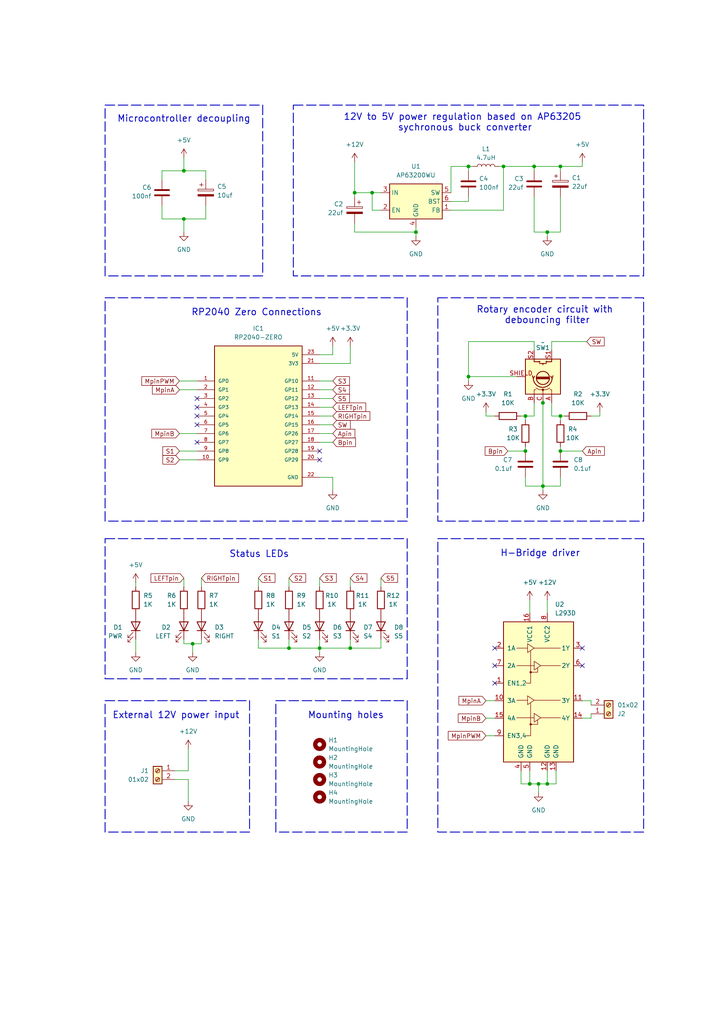
<source format=kicad_sch>
(kicad_sch (version 20231120) (generator "eeschema") (generator_version "8.0")
  (paper "A4" portrait)
  (title_block (title "Motor 12V STM Controller"))
  (lib_symbols
    (symbol "Connector:Screw_Terminal_01x02" (pin_names (offset 1.016) hide)
      (property "Reference" "J" (at 0 2.54 0))
      (property "Value" "Screw_Terminal_01x02" (at 0 -5.08 0))
      (symbol "Screw_Terminal_01x02_1_1"
        (rectangle (start -1.27 1.27) (end 1.27 -3.81) (stroke (width 0.254)) (fill (type background)))
        (circle (center 0 -2.54) (radius 0.635) (stroke (width 0.1524)))
        (polyline (pts (xy -0.5334 -2.2098) (xy 0.3302 -3.048)) (stroke (width 0.1524)))
        (polyline (pts (xy -0.5334 0.3302) (xy 0.3302 -0.508)) (stroke (width 0.1524)))
        (polyline (pts (xy -0.3556 -2.032) (xy 0.508 -2.8702)) (stroke (width 0.1524)))
        (polyline (pts (xy -0.3556 0.508) (xy 0.508 -0.3302)) (stroke (width 0.1524)))
        (circle (center 0 0) (radius 0.635) (stroke (width 0.1524)))
        (pin passive line (at -5.08 0 0) (length 3.81) (name "Pin_1") (number "1"))
        (pin passive line (at -5.08 -2.54 0) (length 3.81) (name "Pin_2") (number "2"))
      )
    )
    (symbol "Device:C" (pin_numbers hide) (pin_names (offset 0.254))
      (property "Reference" "C" (at 0.635 2.54 0))
      (property "Value" "C" (at 0.635 -2.54 0))
      (symbol "C_0_1"
        (polyline (pts (xy -2.032 -0.762) (xy 2.032 -0.762)) (stroke (width 0.508)))
        (polyline (pts (xy -2.032 0.762) (xy 2.032 0.762)) (stroke (width 0.508)))
      )
      (symbol "C_1_1"
        (pin passive line (at 0 3.81 270) (length 2.794) (name "~") (number "1"))
        (pin passive line (at 0 -3.81 90) (length 2.794) (name "~") (number "2"))
      )
    )
    (symbol "Device:C_Polarized" (pin_numbers hide) (pin_names (offset 0.254))
      (property "Reference" "C" (at 0.635 2.54 0))
      (property "Value" "C_Polarized" (at 0.635 -2.54 0))
      (symbol "C_Polarized_0_1"
        (rectangle (start -2.286 0.508) (end 2.286 1.016))
        (polyline (pts (xy -1.778 2.286) (xy -0.762 2.286)))
        (polyline (pts (xy -1.27 2.794) (xy -1.27 1.778)))
        (rectangle (start 2.286 -0.508) (end -2.286 -1.016) (fill (type outline)))
      )
      (symbol "C_Polarized_1_1"
        (pin passive line (at 0 3.81 270) (length 2.794) (name "~") (number "1"))
        (pin passive line (at 0 -3.81 90) (length 2.794) (name "~") (number "2"))
      )
    )
    (symbol "Device:L" (pin_numbers hide) (pin_names (offset 1.016) hide)
      (property "Reference" "L" (at -1.27 0 90))
      (property "Value" "L" (at 1.905 0 90))
      (symbol "L_0_1"
        (arc (start 0 -2.54) (mid 0.6323 -1.905) (end 0 -1.27))
        (arc (start 0 -1.27) (mid 0.6323 -0.635) (end 0 0))
        (arc (start 0 0) (mid 0.6323 0.635) (end 0 1.27))
        (arc (start 0 1.27) (mid 0.6323 1.905) (end 0 2.54))
      )
      (symbol "L_1_1"
        (pin passive line (at 0 3.81 270) (length 1.27) (name "1") (number "1"))
        (pin passive line (at 0 -3.81 90) (length 1.27) (name "2") (number "2"))
      )
    )
    (symbol "Device:LED" (pin_numbers hide) (pin_names (offset 1.016) hide)
      (property "Reference" "D" (at 0 2.54 0))
      (property "Value" "LED" (at 0 -2.54 0))
      (symbol "LED_0_1"
        (polyline (pts (xy -1.27 -1.27) (xy -1.27 1.27)) (stroke (width 0.254)))
        (polyline (pts (xy -1.27 0) (xy 1.27 0)))
        (polyline (pts (xy 1.27 -1.27) (xy 1.27 1.27) (xy -1.27 0) (xy 1.27 -1.27)) (stroke (width 0.254)))
        (polyline (pts (xy -3.048 -0.762) (xy -4.572 -2.286) (xy -3.81 -2.286) (xy -4.572 -2.286) (xy -4.572 -1.524)))
        (polyline (pts (xy -1.778 -0.762) (xy -3.302 -2.286) (xy -2.54 -2.286) (xy -3.302 -2.286) (xy -3.302 -1.524)))
      )
      (symbol "LED_1_1"
        (pin passive line (at -3.81 0 0) (length 2.54) (name "K") (number "1"))
        (pin passive line (at 3.81 0 180) (length 2.54) (name "A") (number "2"))
      )
    )
    (symbol "Device:R" (pin_numbers hide) (pin_names (offset 0))
      (property "Reference" "R" (at 2.032 0 90))
      (property "Value" "R" (at 0 0 90))
      (symbol "R_0_1"
        (rectangle (start -1.016 -2.54) (end 1.016 2.54) (stroke (width 0.254)))
      )
      (symbol "R_1_1"
        (pin passive line (at 0 3.81 270) (length 1.27) (name "~") (number "1"))
        (pin passive line (at 0 -3.81 90) (length 1.27) (name "~") (number "2"))
      )
    )
    (symbol "Device:RotaryEncoder_Switch" (pin_names (offset 0.254) hide)
      (property "Reference" "SW1" (at 8.382 0 90))
      (property "Value" "~" (at 9.906 0 90))
      (symbol "RotaryEncoder_Switch_0_1"
        (rectangle (start -5.08 5.08) (end 5.08 -5.08) (stroke (width 0.254)) (fill (type background)))
        (circle (center -3.81 0) (radius 0.254) (fill (type outline)))
        (circle (center -0.381 0) (radius 1.905) (stroke (width 0.254)))
        (arc (start -0.381 2.667) (mid -3.0988 -0.0635) (end -0.381 -2.794) (stroke (width 0.254)))
        (polyline (pts (xy -0.635 -1.778) (xy -0.635 1.778)) (stroke (width 0.254)))
        (polyline (pts (xy -0.381 -1.778) (xy -0.381 1.778)) (stroke (width 0.254)))
        (polyline (pts (xy -0.127 1.778) (xy -0.127 -1.778)) (stroke (width 0.254)))
        (polyline (pts (xy 3.81 0) (xy 3.429 0)) (stroke (width 0.254)))
        (polyline (pts (xy 3.81 1.016) (xy 3.81 -1.016)) (stroke (width 0.254)))
        (polyline (pts (xy -5.08 -2.54) (xy -3.81 -2.54) (xy -3.81 -2.032)))
        (polyline (pts (xy -5.08 2.54) (xy -3.81 2.54) (xy -3.81 2.032)))
        (polyline (pts (xy 0.254 -3.048) (xy -0.508 -2.794) (xy 0.127 -2.413)) (stroke (width 0.254)))
        (polyline (pts (xy 0.254 2.921) (xy -0.508 2.667) (xy 0.127 2.286)) (stroke (width 0.254)))
        (polyline (pts (xy 5.08 -2.54) (xy 4.318 -2.54) (xy 4.318 -1.016)) (stroke (width 0.254)))
        (polyline (pts (xy 5.08 2.54) (xy 4.318 2.54) (xy 4.318 1.016)) (stroke (width 0.254)))
        (polyline (pts (xy -5.08 0) (xy -3.81 0) (xy -3.81 -1.016) (xy -3.302 -2.032)))
        (polyline (pts (xy -4.318 0) (xy -3.81 0) (xy -3.81 1.016) (xy -3.302 2.032)))
        (circle (center 4.318 -1.016) (radius 0.127) (stroke (width 0.254)))
        (circle (center 4.318 1.016) (radius 0.127) (stroke (width 0.254)))
      )
      (symbol "RotaryEncoder_Switch_1_1"
        (pin passive line (at -7.62 2.54 0) (length 2.54) (name "A") (number "A"))
        (pin passive line (at -7.62 -2.54 0) (length 2.54) (name "B") (number "B"))
        (pin passive line (at -7.62 0 0) (length 2.54) (name "C") (number "C"))
        (pin passive line (at 7.62 2.54 180) (length 2.54) (name "S1") (number "S1"))
        (pin passive line (at 7.62 -2.54 180) (length 2.54) (name "S2") (number "S2"))
        (pin passive line (at 0 -7.62 90) (length 2.54) (name "SHIELD") (number "SHIELD"))
      )
    )
    (symbol "Driver_Motor:L293D" (pin_names (offset 1.016))
      (property "Reference" "U" (at -5.08 26.035 0))
      (property "Value" "L293D" (at -5.08 24.13 0))
      (symbol "L293D_0_1"
        (rectangle (start -10.16 22.86) (end 10.16 -17.78) (stroke (width 0.254)) (fill (type background)))
        (circle (center -2.286 -6.858) (radius 0.254) (fill (type outline)))
        (circle (center -2.286 8.255) (radius 0.254) (fill (type outline)))
        (polyline (pts (xy -6.35 -4.953) (xy -1.27 -4.953)))
        (polyline (pts (xy -6.35 0.127) (xy -3.175 0.127)))
        (polyline (pts (xy -6.35 10.16) (xy -1.27 10.16)))
        (polyline (pts (xy -6.35 15.24) (xy -3.175 15.24)))
        (polyline (pts (xy -1.27 0.127) (xy 6.35 0.127)))
        (polyline (pts (xy -1.27 15.24) (xy 6.35 15.24)))
        (polyline (pts (xy 0.635 -4.953) (xy 6.35 -4.953)))
        (polyline (pts (xy 0.635 10.16) (xy 6.35 10.16)))
        (polyline (pts (xy -2.286 -6.858) (xy -0.254 -6.858) (xy -0.254 -5.588)))
        (polyline (pts (xy -2.286 -0.635) (xy -2.286 -10.16) (xy -3.556 -10.16)))
        (polyline (pts (xy -2.286 8.255) (xy -0.254 8.255) (xy -0.254 9.525)))
        (polyline (pts (xy -2.286 14.478) (xy -2.286 5.08) (xy -3.556 5.08)))
        (polyline (pts (xy -3.175 1.397) (xy -3.175 -1.143) (xy -1.27 0.127) (xy -3.175 1.397)))
        (polyline (pts (xy -3.175 16.51) (xy -3.175 13.97) (xy -1.27 15.24) (xy -3.175 16.51)))
        (polyline (pts (xy -1.27 -3.683) (xy -1.27 -6.223) (xy 0.635 -4.953) (xy -1.27 -3.683)))
        (polyline (pts (xy -1.27 11.43) (xy -1.27 8.89) (xy 0.635 10.16) (xy -1.27 11.43)))
      )
      (symbol "L293D_1_1"
        (pin input line (at -12.7 5.08 0) (length 2.54) (name "EN1,2") (number "1"))
        (pin input line (at -12.7 0 0) (length 2.54) (name "3A") (number "10"))
        (pin output line (at 12.7 0 180) (length 2.54) (name "3Y") (number "11"))
        (pin power_in line (at 2.54 -20.32 90) (length 2.54) (name "GND") (number "12"))
        (pin power_in line (at 5.08 -20.32 90) (length 2.54) (name "GND") (number "13"))
        (pin output line (at 12.7 -5.08 180) (length 2.54) (name "4Y") (number "14"))
        (pin input line (at -12.7 -5.08 0) (length 2.54) (name "4A") (number "15"))
        (pin power_in line (at -2.54 25.4 270) (length 2.54) (name "VCC1") (number "16"))
        (pin input line (at -12.7 15.24 0) (length 2.54) (name "1A") (number "2"))
        (pin output line (at 12.7 15.24 180) (length 2.54) (name "1Y") (number "3"))
        (pin power_in line (at -5.08 -20.32 90) (length 2.54) (name "GND") (number "4"))
        (pin power_in line (at -2.54 -20.32 90) (length 2.54) (name "GND") (number "5"))
        (pin output line (at 12.7 10.16 180) (length 2.54) (name "2Y") (number "6"))
        (pin input line (at -12.7 10.16 0) (length 2.54) (name "2A") (number "7"))
        (pin power_in line (at 2.54 25.4 270) (length 2.54) (name "VCC2") (number "8"))
        (pin input line (at -12.7 -10.16 0) (length 2.54) (name "EN3,4") (number "9"))
      )
    )
    (symbol "Mechanical:MountingHole" (pin_names (offset 1.016)) (exclude_from_sim yes) (in_bom no)
      (property "Reference" "H" (at 0 5.08 0))
      (property "Value" "MountingHole" (at 0 3.175 0))
      (symbol "MountingHole_0_1"
        (circle (center 0 0) (radius 1.27) (stroke (width 1.27)))
      )
    )
    (symbol "RP2040-ZERO:RP2040-ZERO" (pin_names (offset 1.016))
      (property "Reference" "U" (at -12.7 21.082 0))
      (property "Value" "RP2040-ZERO" (at -12.7 -22.86 0))
      (symbol "RP2040-ZERO_0_0"
        (rectangle (start -12.7 -20.32) (end 12.7 20.32) (stroke (width 0.254)) (fill (type background)))
        (pin bidirectional line (at -17.78 10.16 0) (length 5.08) (name "GP0") (number "1"))
        (pin bidirectional line (at -17.78 -12.7 0) (length 5.08) (name "GP9") (number "10"))
        (pin bidirectional line (at 17.78 10.16 180) (length 5.08) (name "GP10") (number "11"))
        (pin bidirectional line (at 17.78 7.62 180) (length 5.08) (name "GP11") (number "12"))
        (pin bidirectional line (at 17.78 5.08 180) (length 5.08) (name "GP12") (number "13"))
        (pin bidirectional line (at 17.78 2.54 180) (length 5.08) (name "GP13") (number "14"))
        (pin bidirectional line (at 17.78 0 180) (length 5.08) (name "GP14") (number "15"))
        (pin bidirectional line (at 17.78 -2.54 180) (length 5.08) (name "GP15") (number "16"))
        (pin bidirectional line (at 17.78 -5.08 180) (length 5.08) (name "GP26") (number "17"))
        (pin bidirectional line (at 17.78 -7.62 180) (length 5.08) (name "GP27") (number "18"))
        (pin bidirectional line (at 17.78 -10.16 180) (length 5.08) (name "GP28") (number "19"))
        (pin bidirectional line (at -17.78 7.62 0) (length 5.08) (name "GP1") (number "2"))
        (pin bidirectional line (at 17.78 -12.7 180) (length 5.08) (name "GP29") (number "20"))
        (pin power_in line (at 17.78 15.24 180) (length 5.08) (name "3V3") (number "21"))
        (pin power_in line (at 17.78 -17.78 180) (length 5.08) (name "GND") (number "22"))
        (pin power_in line (at 17.78 17.78 180) (length 5.08) (name "5V") (number "23"))
        (pin bidirectional line (at -17.78 5.08 0) (length 5.08) (name "GP2") (number "3"))
        (pin bidirectional line (at -17.78 2.54 0) (length 5.08) (name "GP3") (number "4"))
        (pin bidirectional line (at -17.78 0 0) (length 5.08) (name "GP4") (number "5"))
        (pin bidirectional line (at -17.78 -2.54 0) (length 5.08) (name "GP5") (number "6"))
        (pin bidirectional line (at -17.78 -5.08 0) (length 5.08) (name "GP6") (number "7"))
        (pin bidirectional line (at -17.78 -7.62 0) (length 5.08) (name "GP7") (number "8"))
        (pin bidirectional line (at -17.78 -10.16 0) (length 5.08) (name "GP8") (number "9"))
      )
    )
    (symbol "Regulator_Switching:AP63200WU"
      (property "Reference" "U" (at -7.62 6.35 0))
      (property "Value" "AP63200WU" (at 2.54 6.35 0))
      (symbol "AP63200WU_0_1"
        (rectangle (start -7.62 5.08) (end 7.62 -5.08) (stroke (width 0.254)) (fill (type background)))
      )
      (symbol "AP63200WU_1_1"
        (pin input line (at 10.16 -2.54 180) (length 2.54) (name "FB") (number "1"))
        (pin input line (at -10.16 -2.54 0) (length 2.54) (name "EN") (number "2"))
        (pin power_in line (at -10.16 2.54 0) (length 2.54) (name "IN") (number "3"))
        (pin power_in line (at 0 -7.62 90) (length 2.54) (name "GND") (number "4"))
        (pin output line (at 10.16 2.54 180) (length 2.54) (name "SW") (number "5"))
        (pin passive line (at 10.16 0 180) (length 2.54) (name "BST") (number "6"))
      )
    )
    (symbol "power:+12V" (power) (pin_numbers hide) (pin_names (offset 0) hide)
      (property "Value" "+12V" (at 0 3.556 0))
      (symbol "+12V_0_1"
        (polyline (pts (xy -0.762 1.27) (xy 0 2.54)))
        (polyline (pts (xy 0 0) (xy 0 2.54)))
        (polyline (pts (xy 0 2.54) (xy 0.762 1.27)))
      )
      (symbol "+12V_1_1"
        (pin power_in line (at 0 0 90) (length 0) (name "~") (number "1"))
      )
    )
    (symbol "power:+3.3V" (power) (pin_numbers hide) (pin_names (offset 0) hide)
      (property "Value" "+3.3V" (at 0 3.556 0))
      (symbol "+3.3V_0_1"
        (polyline (pts (xy -0.762 1.27) (xy 0 2.54)))
        (polyline (pts (xy 0 0) (xy 0 2.54)))
        (polyline (pts (xy 0 2.54) (xy 0.762 1.27)))
      )
      (symbol "+3.3V_1_1"
        (pin power_in line (at 0 0 90) (length 0) (name "~") (number "1"))
      )
    )
    (symbol "power:+5V" (power) (pin_numbers hide) (pin_names (offset 0) hide)
      (property "Value" "+5V" (at 0 3.556 0))
      (symbol "+5V_0_1"
        (polyline (pts (xy -0.762 1.27) (xy 0 2.54)))
        (polyline (pts (xy 0 0) (xy 0 2.54)))
        (polyline (pts (xy 0 2.54) (xy 0.762 1.27)))
      )
      (symbol "+5V_1_1"
        (pin power_in line (at 0 0 90) (length 0) (name "~") (number "1"))
      )
    )
    (symbol "power:GND" (power) (pin_numbers hide) (pin_names (offset 0) hide)
      (property "Value" "GND" (at 0 -3.81 0))
      (symbol "GND_0_1"
        (polyline (pts (xy 0 0) (xy 0 -1.27) (xy 1.27 -1.27) (xy 0 -2.54) (xy -1.27 -1.27) (xy 0 -1.27)))
      )
      (symbol "GND_1_1"
        (pin power_in line (at 0 0 270) (length 0) (name "~") (number "1"))
      )
    )
  )
  (junction (at 92.71 187.96))
  (junction (at 107.95 55.88))
  (junction (at 156.21 227.33))
  (junction (at 157.48 116.84))
  (junction (at 120.65 67.31))
  (junction (at 152.4 120.65))
  (junction (at 101.6 187.96))
  (junction (at 102.87 55.88))
  (junction (at 158.75 67.31))
  (junction (at 162.56 120.65))
  (junction (at 152.4 130.81))
  (junction (at 135.89 109.22))
  (junction (at 53.34 49.53))
  (junction (at 162.56 130.81))
  (junction (at 83.82 187.96))
  (junction (at 158.75 227.33))
  (junction (at 135.89 48.26))
  (junction (at 154.94 48.26))
  (junction (at 157.48 140.97))
  (junction (at 162.56 48.26))
  (junction (at 55.88 186.69))
  (junction (at 153.67 227.33))
  (junction (at 53.34 63.5))
  (junction (at 146.05 48.26))
  (no_connect (at 143.51 193.04))
  (no_connect (at 92.71 133.35))
  (no_connect (at 168.91 187.96))
  (no_connect (at 168.91 193.04))
  (no_connect (at 92.71 130.81))
  (no_connect (at 143.51 187.96))
  (no_connect (at 143.51 198.12))
  (no_connect (at 57.15 115.57))
  (no_connect (at 57.15 123.19))
  (no_connect (at 57.15 118.11))
  (no_connect (at 57.15 120.65))
  (no_connect (at 57.15 128.27))
  (wire (pts (xy 147.32 130.81) (xy 152.4 130.81)))
  (wire (pts (xy 92.71 120.65) (xy 96.52 120.65)))
  (wire (pts (xy 160.02 116.84) (xy 160.02 120.65)))
  (wire (pts (xy 92.71 123.19) (xy 96.52 123.19)))
  (wire (pts (xy 171.45 208.28) (xy 171.45 207.01)))
  (wire (pts (xy 92.71 128.27) (xy 96.52 128.27)))
  (wire (pts (xy 96.52 102.87) (xy 92.71 102.87)))
  (wire (pts (xy 92.71 125.73) (xy 96.52 125.73)))
  (wire (pts (xy 135.89 110.49) (xy 135.89 109.22)))
  (wire (pts (xy 110.49 185.42) (xy 110.49 187.96)))
  (wire (pts (xy 130.81 48.26) (xy 135.89 48.26)))
  (wire (pts (xy 153.67 223.52) (xy 153.67 227.33)))
  (wire (pts (xy 157.48 116.84) (xy 157.48 140.97)))
  (wire (pts (xy 83.82 185.42) (xy 83.82 187.96)))
  (wire (pts (xy 92.71 113.03) (xy 96.52 113.03)))
  (wire (pts (xy 46.99 52.07) (xy 46.99 49.53)))
  (wire (pts (xy 54.61 217.17) (xy 54.61 223.52)))
  (wire (pts (xy 74.93 187.96) (xy 83.82 187.96)))
  (wire (pts (xy 39.37 168.91) (xy 39.37 170.18)))
  (wire (pts (xy 158.75 227.33) (xy 156.21 227.33)))
  (wire (pts (xy 107.95 55.88) (xy 110.49 55.88)))
  (wire (pts (xy 135.89 109.22) (xy 149.86 109.22)))
  (wire (pts (xy 157.48 115.57) (xy 157.48 116.84)))
  (wire (pts (xy 135.89 48.26) (xy 137.16 48.26)))
  (wire (pts (xy 135.89 99.06) (xy 154.94 99.06)))
  (wire (pts (xy 92.71 185.42) (xy 92.71 187.96)))
  (wire (pts (xy 130.81 60.96) (xy 146.05 60.96)))
  (wire (pts (xy 151.13 227.33) (xy 153.67 227.33)))
  (wire (pts (xy 160.02 101.6) (xy 160.02 99.06)))
  (wire (pts (xy 92.71 115.57) (xy 96.52 115.57)))
  (wire (pts (xy 158.75 67.31) (xy 158.75 68.58)))
  (wire (pts (xy 92.71 118.11) (xy 96.52 118.11)))
  (wire (pts (xy 162.56 48.26) (xy 162.56 49.53)))
  (wire (pts (xy 160.02 99.06) (xy 170.18 99.06)))
  (wire (pts (xy 102.87 67.31) (xy 120.65 67.31)))
  (wire (pts (xy 101.6 187.96) (xy 110.49 187.96)))
  (wire (pts (xy 96.52 100.33) (xy 96.52 102.87)))
  (wire (pts (xy 55.88 186.69) (xy 55.88 189.23)))
  (wire (pts (xy 101.6 167.64) (xy 101.6 170.18)))
  (wire (pts (xy 92.71 105.41) (xy 101.6 105.41)))
  (wire (pts (xy 101.6 185.42) (xy 101.6 187.96)))
  (wire (pts (xy 162.56 57.15) (xy 162.56 67.31)))
  (wire (pts (xy 53.34 63.5) (xy 53.34 67.31)))
  (wire (pts (xy 153.67 227.33) (xy 156.21 227.33)))
  (wire (pts (xy 162.56 140.97) (xy 157.48 140.97)))
  (wire (pts (xy 59.69 59.69) (xy 59.69 63.5)))
  (wire (pts (xy 53.34 167.64) (xy 53.34 170.18)))
  (wire (pts (xy 46.99 63.5) (xy 53.34 63.5)))
  (wire (pts (xy 52.07 133.35) (xy 57.15 133.35)))
  (wire (pts (xy 171.45 203.2) (xy 171.45 204.47)))
  (wire (pts (xy 54.61 223.52) (xy 50.8 223.52)))
  (wire (pts (xy 168.91 48.26) (xy 168.91 46.99)))
  (wire (pts (xy 154.94 57.15) (xy 154.94 67.31)))
  (wire (pts (xy 140.97 213.36) (xy 143.51 213.36)))
  (wire (pts (xy 161.29 223.52) (xy 161.29 227.33)))
  (wire (pts (xy 92.71 187.96) (xy 101.6 187.96)))
  (wire (pts (xy 160.02 120.65) (xy 162.56 120.65)))
  (wire (pts (xy 54.61 226.06) (xy 50.8 226.06)))
  (wire (pts (xy 154.94 48.26) (xy 162.56 48.26)))
  (wire (pts (xy 59.69 52.07) (xy 59.69 49.53)))
  (wire (pts (xy 173.99 120.65) (xy 173.99 119.38)))
  (wire (pts (xy 158.75 173.99) (xy 158.75 177.8)))
  (wire (pts (xy 110.49 167.64) (xy 110.49 170.18)))
  (wire (pts (xy 152.4 120.65) (xy 154.94 120.65)))
  (wire (pts (xy 151.13 223.52) (xy 151.13 227.33)))
  (wire (pts (xy 154.94 116.84) (xy 154.94 120.65)))
  (wire (pts (xy 154.94 67.31) (xy 158.75 67.31)))
  (wire (pts (xy 92.71 110.49) (xy 96.52 110.49)))
  (wire (pts (xy 83.82 187.96) (xy 92.71 187.96)))
  (wire (pts (xy 152.4 120.65) (xy 152.4 121.92)))
  (wire (pts (xy 162.56 67.31) (xy 158.75 67.31)))
  (wire (pts (xy 151.13 120.65) (xy 152.4 120.65)))
  (wire (pts (xy 96.52 138.43) (xy 92.71 138.43)))
  (wire (pts (xy 101.6 105.41) (xy 101.6 100.33)))
  (wire (pts (xy 58.42 185.42) (xy 58.42 186.69)))
  (wire (pts (xy 162.56 129.54) (xy 162.56 130.81)))
  (wire (pts (xy 54.61 232.41) (xy 54.61 226.06)))
  (wire (pts (xy 135.89 109.22) (xy 135.89 99.06)))
  (wire (pts (xy 59.69 63.5) (xy 53.34 63.5)))
  (wire (pts (xy 53.34 186.69) (xy 55.88 186.69)))
  (wire (pts (xy 135.89 57.15) (xy 135.89 58.42)))
  (wire (pts (xy 143.51 120.65) (xy 140.97 120.65)))
  (wire (pts (xy 110.49 60.96) (xy 107.95 60.96)))
  (wire (pts (xy 154.94 48.26) (xy 154.94 49.53)))
  (wire (pts (xy 168.91 48.26) (xy 162.56 48.26)))
  (wire (pts (xy 162.56 138.43) (xy 162.56 140.97)))
  (wire (pts (xy 39.37 185.42) (xy 39.37 189.23)))
  (wire (pts (xy 171.45 120.65) (xy 173.99 120.65)))
  (wire (pts (xy 53.34 49.53) (xy 53.34 45.72)))
  (wire (pts (xy 52.07 125.73) (xy 57.15 125.73)))
  (wire (pts (xy 102.87 55.88) (xy 107.95 55.88)))
  (wire (pts (xy 146.05 60.96) (xy 146.05 48.26)))
  (wire (pts (xy 157.48 140.97) (xy 157.48 142.24)))
  (wire (pts (xy 52.07 130.81) (xy 57.15 130.81)))
  (wire (pts (xy 140.97 203.2) (xy 143.51 203.2)))
  (wire (pts (xy 46.99 59.69) (xy 46.99 63.5)))
  (wire (pts (xy 156.21 229.87) (xy 156.21 227.33)))
  (wire (pts (xy 162.56 120.65) (xy 162.56 121.92)))
  (wire (pts (xy 146.05 48.26) (xy 154.94 48.26)))
  (wire (pts (xy 135.89 48.26) (xy 135.89 49.53)))
  (wire (pts (xy 83.82 167.64) (xy 83.82 170.18)))
  (wire (pts (xy 161.29 227.33) (xy 158.75 227.33)))
  (wire (pts (xy 46.99 49.53) (xy 53.34 49.53)))
  (wire (pts (xy 58.42 167.64) (xy 58.42 170.18)))
  (wire (pts (xy 162.56 130.81) (xy 168.91 130.81)))
  (wire (pts (xy 154.94 99.06) (xy 154.94 101.6)))
  (wire (pts (xy 135.89 58.42) (xy 130.81 58.42)))
  (wire (pts (xy 74.93 185.42) (xy 74.93 187.96)))
  (wire (pts (xy 102.87 55.88) (xy 102.87 46.99)))
  (wire (pts (xy 52.07 113.03) (xy 57.15 113.03)))
  (wire (pts (xy 120.65 67.31) (xy 120.65 68.58)))
  (wire (pts (xy 102.87 64.77) (xy 102.87 67.31)))
  (wire (pts (xy 107.95 60.96) (xy 107.95 55.88)))
  (wire (pts (xy 158.75 223.52) (xy 158.75 227.33)))
  (wire (pts (xy 92.71 187.96) (xy 92.71 189.23)))
  (wire (pts (xy 92.71 167.64) (xy 92.71 170.18)))
  (wire (pts (xy 74.93 167.64) (xy 74.93 170.18)))
  (wire (pts (xy 144.78 48.26) (xy 146.05 48.26)))
  (wire (pts (xy 52.07 110.49) (xy 57.15 110.49)))
  (wire (pts (xy 153.67 173.99) (xy 153.67 177.8)))
  (wire (pts (xy 102.87 55.88) (xy 102.87 57.15)))
  (wire (pts (xy 152.4 138.43) (xy 152.4 140.97)))
  (wire (pts (xy 152.4 129.54) (xy 152.4 130.81)))
  (wire (pts (xy 168.91 203.2) (xy 171.45 203.2)))
  (wire (pts (xy 96.52 142.24) (xy 96.52 138.43)))
  (wire (pts (xy 152.4 140.97) (xy 157.48 140.97)))
  (wire (pts (xy 58.42 186.69) (xy 55.88 186.69)))
  (wire (pts (xy 130.81 55.88) (xy 130.81 48.26)))
  (wire (pts (xy 162.56 120.65) (xy 163.83 120.65)))
  (wire (pts (xy 59.69 49.53) (xy 53.34 49.53)))
  (wire (pts (xy 140.97 208.28) (xy 143.51 208.28)))
  (wire (pts (xy 140.97 120.65) (xy 140.97 119.38)))
  (wire (pts (xy 53.34 185.42) (xy 53.34 186.69)))
  (wire (pts (xy 120.65 66.04) (xy 120.65 67.31)))
  (wire (pts (xy 168.91 208.28) (xy 171.45 208.28)))
  (rectangle (start 30.48 86.36) (end 118.11 151.13) (stroke (width 0.254) (type dash)))
  (rectangle (start 30.48 203.2) (end 72.39 241.3) (stroke (width 0.254) (type dash)))
  (rectangle (start 85.09 30.48) (end 186.69 80.01) (stroke (width 0.254) (type dash)))
  (rectangle (start 80.01 203.2) (end 118.11 241.3) (stroke (width 0.254) (type dash)))
  (rectangle (start 127 86.36) (end 186.69 151.13) (stroke (width 0.254) (type dash)))
  (rectangle (start 30.48 156.21) (end 118.11 196.85) (stroke (width 0.254) (type dash)))
  (rectangle (start 127 156.21) (end 186.69 241.3) (stroke (width 0.254) (type dash)))
  (rectangle (start 30.48 30.48) (end 76.2 80.01) (stroke (width 0.254) (type dash)))
  (text "Mounting holes" (at 100.33 207.518 0) (effects (font (size 1.905 1.905) (thickness 0.2381))))
  (text "Rotary encoder circuit with \ndebouncing filter" (at 158.75 91.44 0) (effects (font (size 1.905 1.905) (thickness 0.2381))))
  (text "12V to 5V power regulation based on AP63205 \nsychronous buck converter" (at 134.874 35.56 0) (effects (font (size 1.905 1.905) (thickness 0.2381))))
  (text "External 12V power input" (at 51.054 207.518 0) (effects (font (size 1.905 1.905) (thickness 0.2381))))
  (text "RP2040 Zero Connections" (at 74.422 90.678 0) (effects (font (size 1.905 1.905) (thickness 0.2381))))
  (text "Microcontroller decoupling" (at 53.34 34.544 0) (effects (font (size 1.905 1.905) (thickness 0.2381))))
  (text "H-Bridge driver" (at 156.718 160.528 0) (effects (font (size 1.905 1.905) (thickness 0.2381))))
  (text "Status LEDs" (at 75.184 160.782 0) (effects (font (size 1.905 1.905) (thickness 0.2381))))
  (global_label "MpinB" (shape input) (at 140.97 208.28 180) (property "Intersheetrefs" "${INTERSHEET_REFS}" (effects (hide yes))))
  (global_label "RIGHTpin" (shape input) (at 58.42 167.64 0) (property "Intersheetrefs" "${INTERSHEET_REFS}" (effects (hide yes))))
  (global_label "MpinA" (shape input) (at 140.97 203.2 180) (property "Intersheetrefs" "${INTERSHEET_REFS}" (effects (hide yes))))
  (global_label "Bpin" (shape input) (at 96.52 128.27 0) (property "Intersheetrefs" "${INTERSHEET_REFS}" (effects (hide yes))))
  (global_label "S3" (shape input) (at 92.71 167.64 0) (property "Intersheetrefs" "${INTERSHEET_REFS}" (effects (hide yes))))
  (global_label "Apin" (shape input) (at 96.52 125.73 0) (property "Intersheetrefs" "${INTERSHEET_REFS}" (effects (hide yes))))
  (global_label "S5" (shape input) (at 110.49 167.64 0) (property "Intersheetrefs" "${INTERSHEET_REFS}" (effects (hide yes))))
  (global_label "Bpin" (shape input) (at 147.32 130.81 180) (property "Intersheetrefs" "${INTERSHEET_REFS}" (effects (hide yes))))
  (global_label "MpinPWM" (shape input) (at 52.07 110.49 180) (property "Intersheetrefs" "${INTERSHEET_REFS}" (effects (hide yes))))
  (global_label "S2" (shape input) (at 83.82 167.64 0) (property "Intersheetrefs" "${INTERSHEET_REFS}" (effects (hide yes))))
  (global_label "LEFTpin" (shape input) (at 96.52 118.11 0) (property "Intersheetrefs" "${INTERSHEET_REFS}" (effects (hide yes))))
  (global_label "S4" (shape input) (at 101.6 167.64 0) (property "Intersheetrefs" "${INTERSHEET_REFS}" (effects (hide yes))))
  (global_label "S1" (shape input) (at 74.93 167.64 0) (property "Intersheetrefs" "${INTERSHEET_REFS}" (effects (hide yes))))
  (global_label "SW" (shape input) (at 96.52 123.19 0) (property "Intersheetrefs" "${INTERSHEET_REFS}" (effects (hide yes))))
  (global_label "MpinA" (shape input) (at 52.07 113.03 180) (property "Intersheetrefs" "${INTERSHEET_REFS}" (effects (hide yes))))
  (global_label "MpinPWM" (shape input) (at 140.97 213.36 180) (property "Intersheetrefs" "${INTERSHEET_REFS}" (effects (hide yes))))
  (global_label "S4" (shape input) (at 96.52 113.03 0) (property "Intersheetrefs" "${INTERSHEET_REFS}" (effects (hide yes))))
  (global_label "MpinB" (shape input) (at 52.07 125.73 180) (property "Intersheetrefs" "${INTERSHEET_REFS}" (effects (hide yes))))
  (global_label "SW" (shape input) (at 170.18 99.06 0) (property "Intersheetrefs" "${INTERSHEET_REFS}" (effects (hide yes))))
  (global_label "S3" (shape input) (at 96.52 110.49 0) (property "Intersheetrefs" "${INTERSHEET_REFS}" (effects (hide yes))))
  (global_label "Apin" (shape input) (at 168.91 130.81 0) (property "Intersheetrefs" "${INTERSHEET_REFS}" (effects (hide yes))))
  (global_label "RIGHTpin" (shape input) (at 96.52 120.65 0) (property "Intersheetrefs" "${INTERSHEET_REFS}" (effects (hide yes))))
  (global_label "S5" (shape input) (at 96.52 115.57 0) (property "Intersheetrefs" "${INTERSHEET_REFS}" (effects (hide yes))))
  (global_label "S1" (shape input) (at 52.07 130.81 180) (property "Intersheetrefs" "${INTERSHEET_REFS}" (effects (hide yes))))
  (global_label "S2" (shape input) (at 52.07 133.35 180) (property "Intersheetrefs" "${INTERSHEET_REFS}" (effects (hide yes))))
  (global_label "LEFTpin" (shape input) (at 53.34 167.64 180) (property "Intersheetrefs" "${INTERSHEET_REFS}" (effects (hide yes))))
  (symbol (lib_id "Device:C_Polarized") (at 102.87 60.96 0) (mirror y) (unit 1)
    (property "Reference" "C2" (at 99.568 59.182 0) (effects (justify left)))
    (property "Value" "22uf" (at 99.568 61.722 0) (effects (justify left)))
    (property "Footprint" "Capacitor_SMD:C_1210_3225Metric_Pad1.33x2.70mm_HandSolder" (effects (hide yes)))
    (property "Description" "Polarized capacitor" (effects (hide yes)))
  )
  (symbol (lib_id "power:+12V") (at 54.61 217.17 0) (unit 1)
    (property "Reference" "#PWR020" (effects (hide yes)))
    (property "Value" "+12V" (at 54.61 212.09 0))
    (property "Description" "Power symbol creates a global label with name \"+12V\"" (effects (hide yes)))
  )
  (symbol (lib_id "Device:LED") (at 39.37 181.61 270) (mirror x) (unit 1)
    (property "Reference" "D1" (at 35.56 181.9274 90) (effects (justify right)))
    (property "Value" "PWR" (at 35.56 184.4674 90) (effects (justify right)))
    (property "Footprint" "LED_SMD:LED_0201_0603Metric" (effects (hide yes)))
    (property "Description" "Light emitting diode" (effects (hide yes)))
  )
  (symbol (lib_id "Device:LED") (at 110.49 181.61 90) (unit 1)
    (property "Reference" "D8" (at 114.3 181.9274 90) (effects (justify right)))
    (property "Value" "S5" (at 114.3 184.4674 90) (effects (justify right)))
    (property "Footprint" "LED_SMD:LED_0201_0603Metric" (effects (hide yes)))
    (property "Description" "Light emitting diode" (effects (hide yes)))
  )
  (symbol (lib_id "Device:R") (at 110.49 173.99 0) (unit 1)
    (property "Reference" "R12" (at 114.046 172.72 0))
    (property "Value" "1K" (at 114.046 175.26 0))
    (property "Footprint" "Resistor_SMD:R_0201_0603Metric" (effects (hide yes)))
    (property "Description" "Resistor" (effects (hide yes)))
  )
  (symbol (lib_id "power:+5V") (at 168.91 46.99 0) (unit 1)
    (property "Reference" "#PWR03" (effects (hide yes)))
    (property "Value" "+5V" (at 168.91 41.91 0))
    (property "Description" "Power symbol creates a global label with name \"+5V\"" (effects (hide yes)))
  )
  (symbol (lib_id "power:GND") (at 120.65 68.58 0) (unit 1)
    (property "Reference" "#PWR04" (effects (hide yes)))
    (property "Value" "GND" (at 120.65 73.66 0))
    (property "Description" "Power symbol creates a global label with name \"GND\" , ground" (effects (hide yes)))
  )
  (symbol (lib_id "power:GND") (at 53.34 67.31 0) (unit 1)
    (property "Reference" "#PWR06" (effects (hide yes)))
    (property "Value" "GND" (at 53.34 72.39 0))
    (property "Description" "Power symbol creates a global label with name \"GND\" , ground" (effects (hide yes)))
  )
  (symbol (lib_id "power:+12V") (at 102.87 46.99 0) (unit 1)
    (property "Reference" "#PWR02" (effects (hide yes)))
    (property "Value" "+12V" (at 102.87 41.91 0))
    (property "Description" "Power symbol creates a global label with name \"+12V\"" (effects (hide yes)))
  )
  (symbol (lib_id "power:+5V") (at 153.67 173.99 0) (unit 1)
    (property "Reference" "#PWR017" (effects (hide yes)))
    (property "Value" "+5V" (at 153.67 168.91 0))
    (property "Description" "Power symbol creates a global label with name \"+5V\"" (effects (hide yes)))
  )
  (symbol (lib_id "Connector:Screw_Terminal_01x02") (at 45.72 223.52 0) (mirror y) (unit 1)
    (property "Reference" "J1" (at 43.18 223.5199 0) (effects (justify left)))
    (property "Value" "01x02" (at 43.18 226.0599 0) (effects (justify left)))
    (property "Footprint" "TerminalBlock:TerminalBlock_Xinya_XY308-2.54-2P_1x02_P2.54mm_Horizontal" (effects (hide yes)))
    (property "Description" "Generic screw terminal, single row, 01x02, script generated (kicad-library-utils/schlib/autogen/connector/)" (effects (hide yes)))
  )
  (symbol (lib_id "power:GND") (at 55.88 189.23 0) (unit 1)
    (property "Reference" "#PWR014" (effects (hide yes)))
    (property "Value" "GND" (at 55.88 194.31 0))
    (property "Description" "Power symbol creates a global label with name \"GND\" , ground" (effects (hide yes)))
  )
  (symbol (lib_id "Device:C") (at 152.4 134.62 0) (mirror y) (unit 1)
    (property "Reference" "C7" (at 148.59 133.3499 0) (effects (justify left)))
    (property "Value" "0.1uf" (at 148.59 135.8899 0) (effects (justify left)))
    (property "Footprint" "Capacitor_SMD:C_0201_0603Metric" (effects (hide yes)))
    (property "Description" "Unpolarized capacitor" (effects (hide yes)))
  )
  (symbol (lib_id "Device:R") (at 167.64 120.65 90) (mirror x) (unit 1)
    (property "Reference" "R2" (at 167.64 114.3 90))
    (property "Value" "10K" (at 167.64 116.84 90))
    (property "Footprint" "Resistor_SMD:R_1206_3216Metric_Pad1.30x1.75mm_HandSolder" (effects (hide yes)))
    (property "Description" "Resistor" (effects (hide yes)))
  )
  (symbol (lib_id "power:GND") (at 96.52 142.24 0) (unit 1)
    (property "Reference" "#PWR012" (effects (hide yes)))
    (property "Value" "GND" (at 96.52 147.32 0))
    (property "Description" "Power symbol creates a global label with name \"GND\" , ground" (effects (hide yes)))
  )
  (symbol (lib_id "Device:R") (at 83.82 173.99 0) (unit 1)
    (property "Reference" "R9" (at 87.376 172.72 0))
    (property "Value" "1K" (at 87.376 175.26 0))
    (property "Footprint" "Resistor_SMD:R_0201_0603Metric" (effects (hide yes)))
    (property "Description" "Resistor" (effects (hide yes)))
  )
  (symbol (lib_id "Mechanical:MountingHole") (at 92.71 215.9 0) (unit 1) (exclude_from_sim yes) (in_bom no)
    (property "Reference" "H1" (at 95.25 214.6299 0) (effects (justify left)))
    (property "Value" "MountingHole" (at 95.25 217.1699 0) (effects (justify left)))
    (property "Footprint" "MountingHole:MountingHole_2.2mm_M2" (effects (hide yes)))
    (property "Description" "Mounting Hole without connection" (effects (hide yes)))
  )
  (symbol (lib_id "Device:R") (at 101.6 173.99 0) (unit 1)
    (property "Reference" "R11" (at 105.156 172.72 0))
    (property "Value" "1K" (at 105.156 175.26 0))
    (property "Footprint" "Resistor_SMD:R_0201_0603Metric" (effects (hide yes)))
    (property "Description" "Resistor" (effects (hide yes)))
  )
  (symbol (lib_id "power:+3.3V") (at 173.99 119.38 0) (unit 1)
    (property "Reference" "#PWR09" (effects (hide yes)))
    (property "Value" "+3.3V" (at 173.99 114.3 0))
    (property "Description" "Power symbol creates a global label with name \"+3.3V\"" (effects (hide yes)))
  )
  (symbol (lib_id "Device:R") (at 74.93 173.99 0) (unit 1)
    (property "Reference" "R8" (at 78.486 172.72 0))
    (property "Value" "1K" (at 78.486 175.26 0))
    (property "Footprint" "Resistor_SMD:R_0201_0603Metric" (effects (hide yes)))
    (property "Description" "Resistor" (effects (hide yes)))
  )
  (symbol (lib_id "Device:RotaryEncoder_Switch") (at 157.48 109.22 270) (mirror x) (unit 1)
    (property "Reference" "SW1" (at 157.48 100.838 90))
    (property "Value" "~" (at 157.48 99.314 90))
    (property "Footprint" "PEC11R-4215F-S0024:XDCR_PEC11R-4215F-S0024" (effects (hide yes)))
    (property "Description" "Rotary encoder, dual channel, incremental quadrate outputs, with switch" (effects (hide yes)))
  )
  (symbol (lib_id "power:+3.3V") (at 101.6 100.33 0) (unit 1)
    (property "Reference" "#PWR022" (effects (hide yes)))
    (property "Value" "+3.3V" (at 101.6 95.25 0))
    (property "Description" "Power symbol creates a global label with name \"+3.3V\"" (effects (hide yes)))
  )
  (symbol (lib_id "Device:R") (at 53.34 173.99 0) (mirror y) (unit 1)
    (property "Reference" "R6" (at 49.784 172.72 0))
    (property "Value" "1K" (at 49.784 175.26 0))
    (property "Footprint" "Resistor_SMD:R_0201_0603Metric" (effects (hide yes)))
    (property "Description" "Resistor" (effects (hide yes)))
  )
  (symbol (lib_id "Device:LED") (at 74.93 181.61 90) (unit 1)
    (property "Reference" "D4" (at 78.74 181.9274 90) (effects (justify right)))
    (property "Value" "S1" (at 78.74 184.4674 90) (effects (justify right)))
    (property "Footprint" "LED_SMD:LED_0201_0603Metric" (effects (hide yes)))
    (property "Description" "Light emitting diode" (effects (hide yes)))
  )
  (symbol (lib_id "Device:LED") (at 58.42 181.61 90) (unit 1)
    (property "Reference" "D3" (at 62.23 181.9274 90) (effects (justify right)))
    (property "Value" "RIGHT" (at 62.23 184.4674 90) (effects (justify right)))
    (property "Footprint" "LED_SMD:LED_0201_0603Metric" (effects (hide yes)))
    (property "Description" "Light emitting diode" (effects (hide yes)))
  )
  (symbol (lib_id "power:GND") (at 158.75 68.58 0) (unit 1)
    (property "Reference" "#PWR01" (effects (hide yes)))
    (property "Value" "GND" (at 158.75 73.66 0))
    (property "Description" "Power symbol creates a global label with name \"GND\" , ground" (effects (hide yes)))
  )
  (symbol (lib_id "power:+5V") (at 96.52 100.33 0) (unit 1)
    (property "Reference" "#PWR011" (effects (hide yes)))
    (property "Value" "+5V" (at 96.52 95.25 0))
    (property "Description" "Power symbol creates a global label with name \"+5V\"" (effects (hide yes)))
  )
  (symbol (lib_id "power:GND") (at 54.61 232.41 0) (unit 1)
    (property "Reference" "#PWR021" (effects (hide yes)))
    (property "Value" "GND" (at 54.61 237.49 0))
    (property "Description" "Power symbol creates a global label with name \"GND\" , ground" (effects (hide yes)))
  )
  (symbol (lib_id "Device:C") (at 46.99 55.88 180) (unit 1)
    (property "Reference" "C6" (at 43.942 54.356 0) (effects (justify left)))
    (property "Value" "100nf" (at 43.942 56.896 0) (effects (justify left)))
    (property "Footprint" "Capacitor_SMD:C_0402_1005Metric" (effects (hide yes)))
    (property "Description" "Unpolarized capacitor" (effects (hide yes)))
  )
  (symbol (lib_id "Mechanical:MountingHole") (at 92.71 226.06 0) (unit 1) (exclude_from_sim yes) (in_bom no)
    (property "Reference" "H3" (at 95.25 224.7899 0) (effects (justify left)))
    (property "Value" "MountingHole" (at 95.25 227.3299 0) (effects (justify left)))
    (property "Footprint" "MountingHole:MountingHole_2.2mm_M2" (effects (hide yes)))
    (property "Description" "Mounting Hole without connection" (effects (hide yes)))
  )
  (symbol (lib_id "power:GND") (at 135.89 110.49 0) (unit 1)
    (property "Reference" "#PWR010" (effects (hide yes)))
    (property "Value" "GND" (at 135.89 115.57 0))
    (property "Description" "Power symbol creates a global label with name \"GND\" , ground" (effects (hide yes)))
  )
  (symbol (lib_id "power:GND") (at 156.21 229.87 0) (unit 1)
    (property "Reference" "#PWR019" (effects (hide yes)))
    (property "Value" "GND" (at 156.21 234.95 0))
    (property "Description" "Power symbol creates a global label with name \"GND\" , ground" (effects (hide yes)))
  )
  (symbol (lib_id "Device:R") (at 152.4 125.73 0) (mirror y) (unit 1)
    (property "Reference" "R3" (at 148.844 124.46 0))
    (property "Value" "10K" (at 148.844 127 0))
    (property "Footprint" "Resistor_SMD:R_1206_3216Metric_Pad1.30x1.75mm_HandSolder" (effects (hide yes)))
    (property "Description" "Resistor" (effects (hide yes)))
  )
  (symbol (lib_id "Mechanical:MountingHole") (at 92.71 231.14 0) (unit 1) (exclude_from_sim yes) (in_bom no)
    (property "Reference" "H4" (at 95.25 229.8699 0) (effects (justify left)))
    (property "Value" "MountingHole" (at 95.25 232.4099 0) (effects (justify left)))
    (property "Footprint" "MountingHole:MountingHole_2.2mm_M2" (effects (hide yes)))
    (property "Description" "Mounting Hole without connection" (effects (hide yes)))
  )
  (symbol (lib_id "power:GND") (at 157.48 142.24 0) (unit 1)
    (property "Reference" "#PWR07" (effects (hide yes)))
    (property "Value" "GND" (at 157.48 147.32 0))
    (property "Description" "Power symbol creates a global label with name \"GND\" , ground" (effects (hide yes)))
  )
  (symbol (lib_id "Device:R") (at 147.32 120.65 90) (unit 1)
    (property "Reference" "R1" (at 147.32 114.3 90))
    (property "Value" "10K" (at 147.32 116.84 90))
    (property "Footprint" "Resistor_SMD:R_1206_3216Metric_Pad1.30x1.75mm_HandSolder" (effects (hide yes)))
    (property "Description" "Resistor" (effects (hide yes)))
  )
  (symbol (lib_id "Device:LED") (at 53.34 181.61 270) (mirror x) (unit 1)
    (property "Reference" "D2" (at 49.53 181.9274 90) (effects (justify right)))
    (property "Value" "LEFT" (at 49.53 184.4674 90) (effects (justify right)))
    (property "Footprint" "LED_SMD:LED_0201_0603Metric" (effects (hide yes)))
    (property "Description" "Light emitting diode" (effects (hide yes)))
  )
  (symbol (lib_id "power:+3.3V") (at 140.97 119.38 0) (unit 1)
    (property "Reference" "#PWR08" (effects (hide yes)))
    (property "Value" "+3.3V" (at 140.97 114.3 0))
    (property "Description" "Power symbol creates a global label with name \"+3.3V\"" (effects (hide yes)))
  )
  (symbol (lib_id "Device:R") (at 92.71 173.99 0) (unit 1)
    (property "Reference" "R10" (at 96.266 172.72 0))
    (property "Value" "1K" (at 96.266 175.26 0))
    (property "Footprint" "Resistor_SMD:R_0201_0603Metric" (effects (hide yes)))
    (property "Description" "Resistor" (effects (hide yes)))
  )
  (symbol (lib_id "power:GND") (at 39.37 189.23 0) (unit 1)
    (property "Reference" "#PWR013" (effects (hide yes)))
    (property "Value" "GND" (at 39.37 194.31 0))
    (property "Description" "Power symbol creates a global label with name \"GND\" , ground" (effects (hide yes)))
  )
  (symbol (lib_id "Device:C") (at 135.89 53.34 0) (mirror x) (unit 1)
    (property "Reference" "C4" (at 138.938 51.816 0) (effects (justify left)))
    (property "Value" "100nf" (at 138.938 54.356 0) (effects (justify left)))
    (property "Footprint" "Capacitor_SMD:C_0402_1005Metric" (effects (hide yes)))
    (property "Description" "Unpolarized capacitor" (effects (hide yes)))
  )
  (symbol (lib_id "Driver_Motor:L293D") (at 156.21 203.2 0) (unit 1)
    (property "Reference" "U2" (at 160.9441 175.26 0) (effects (justify left)))
    (property "Value" "L293D" (at 160.9441 177.8 0) (effects (justify left)))
    (property "Footprint" "Package_DIP:DIP-16_W7.62mm_LongPads" (effects (hide yes)))
    (property "Datasheet" "http://www.ti.com/lit/ds/symlink/l293.pdf" (effects (hide yes)))
    (property "Description" "Quadruple Half-H Drivers" (effects (hide yes)))
  )
  (symbol (lib_id "Mechanical:MountingHole") (at 92.71 220.98 0) (unit 1) (exclude_from_sim yes) (in_bom no)
    (property "Reference" "H2" (at 95.25 219.7099 0) (effects (justify left)))
    (property "Value" "MountingHole" (at 95.25 222.2499 0) (effects (justify left)))
    (property "Footprint" "MountingHole:MountingHole_2.2mm_M2" (effects (hide yes)))
    (property "Description" "Mounting Hole without connection" (effects (hide yes)))
  )
  (symbol (lib_id "Device:C_Polarized") (at 162.56 53.34 0) (unit 1)
    (property "Reference" "C1" (at 165.862 51.562 0) (effects (justify left)))
    (property "Value" "22uf" (at 165.862 54.102 0) (effects (justify left)))
    (property "Footprint" "Capacitor_SMD:C_1210_3225Metric_Pad1.33x2.70mm_HandSolder" (effects (hide yes)))
    (property "Description" "Polarized capacitor" (effects (hide yes)))
  )
  (symbol (lib_id "power:+12V") (at 158.75 173.99 0) (unit 1)
    (property "Reference" "#PWR018" (effects (hide yes)))
    (property "Value" "+12V" (at 158.75 168.91 0))
    (property "Description" "Power symbol creates a global label with name \"+12V\"" (effects (hide yes)))
  )
  (symbol (lib_id "Device:R") (at 58.42 173.99 0) (unit 1)
    (property "Reference" "R7" (at 61.976 172.72 0))
    (property "Value" "1K" (at 61.976 175.26 0))
    (property "Footprint" "Resistor_SMD:R_0201_0603Metric" (effects (hide yes)))
    (property "Description" "Resistor" (effects (hide yes)))
  )
  (symbol (lib_id "Device:C") (at 154.94 53.34 0) (mirror y) (unit 1)
    (property "Reference" "C3" (at 151.892 51.816 0) (effects (justify left)))
    (property "Value" "22uf" (at 151.892 54.356 0) (effects (justify left)))
    (property "Footprint" "Capacitor_SMD:C_0402_1005Metric" (effects (hide yes)))
    (property "Description" "Unpolarized capacitor" (effects (hide yes)))
  )
  (symbol (lib_id "power:+5V") (at 53.34 45.72 0) (unit 1)
    (property "Reference" "#PWR05" (effects (hide yes)))
    (property "Value" "+5V" (at 53.34 40.64 0))
    (property "Description" "Power symbol creates a global label with name \"+5V\"" (effects (hide yes)))
  )
  (symbol (lib_id "RP2040-ZERO:RP2040-ZERO") (at 74.93 120.65 0) (unit 1)
    (property "Reference" "IC1" (at 74.93 95.25 0))
    (property "Value" "RP2040-ZERO" (at 74.93 97.79 0))
    (property "Footprint" "RP2040-ZERO:MODULE_RP2040-ZERO" (effects (hide yes)))
    (property "MF" "Waveshare Electronics" (effects (hide yes)))
    (property "MAXIMUM_PACKAGE_HEIGHT" "5.35mm" (effects (hide yes)))
    (property "Package" "Package" (effects (hide yes)))
    (property "Price" "None" (effects (hide yes)))
    (property "Check_prices" "https://www.snapeda.com/parts/RP2040-ZERO/Waveshare+Electronics/view-part/?ref=eda" (effects (hide yes)))
    (property "STANDARD" "Manufacturer Recommendations" (effects (hide yes)))
    (property "PARTREV" "NA" (effects (hide yes)))
    (property "SnapEDA_Link" "https://www.snapeda.com/parts/RP2040-ZERO/Waveshare+Electronics/view-part/?ref=snap" (effects (hide yes)))
    (property "MP" "RP2040-ZERO" (effects (hide yes)))
    (property "Description_1" "\n                        \n                            Low-Cost, High-Performance Pico-Like MCU Board Based On Raspberry Pi Microcontroller RP2040\n                        \n" (effects (hide yes)))
    (property "Availability" "Not in stock" (effects (hide yes)))
    (property "MANUFACTURER" "Waveshare" (effects (hide yes)))
  )
  (symbol (lib_id "Device:L") (at 140.97 48.26 90) (unit 1)
    (property "Reference" "L1" (at 140.97 43.18 90))
    (property "Value" "4.7uH" (at 140.97 45.72 90))
    (property "Footprint" "Inductor_SMD:L_1008_2520Metric_Pad1.43x2.20mm_HandSolder" (effects (hide yes)))
    (property "Description" "Inductor" (effects (hide yes)))
  )
  (symbol (lib_id "power:+5V") (at 39.37 168.91 0) (unit 1)
    (property "Reference" "#PWR016" (effects (hide yes)))
    (property "Value" "+5V" (at 39.37 163.83 0))
    (property "Description" "Power symbol creates a global label with name \"+5V\"" (effects (hide yes)))
  )
  (symbol (lib_id "Device:R") (at 39.37 173.99 0) (unit 1)
    (property "Reference" "R5" (at 42.926 172.72 0))
    (property "Value" "1K" (at 42.926 175.26 0))
    (property "Footprint" "Resistor_SMD:R_1206_3216Metric" (effects (hide yes)))
    (property "Description" "Resistor" (effects (hide yes)))
  )
  (symbol (lib_id "Device:LED") (at 101.6 181.61 90) (unit 1)
    (property "Reference" "D7" (at 105.41 181.9274 90) (effects (justify right)))
    (property "Value" "S4" (at 105.41 184.4674 90) (effects (justify right)))
    (property "Footprint" "LED_SMD:LED_0201_0603Metric" (effects (hide yes)))
    (property "Description" "Light emitting diode" (effects (hide yes)))
  )
  (symbol (lib_id "power:GND") (at 92.71 189.23 0) (unit 1)
    (property "Reference" "#PWR015" (effects (hide yes)))
    (property "Value" "GND" (at 92.71 194.31 0))
    (property "Description" "Power symbol creates a global label with name \"GND\" , ground" (effects (hide yes)))
  )
  (symbol (lib_id "Device:LED") (at 83.82 181.61 90) (unit 1)
    (property "Reference" "D5" (at 87.63 181.9274 90) (effects (justify right)))
    (property "Value" "S2" (at 87.63 184.4674 90) (effects (justify right)))
    (property "Footprint" "LED_SMD:LED_0201_0603Metric" (effects (hide yes)))
    (property "Description" "Light emitting diode" (effects (hide yes)))
  )
  (symbol (lib_id "Device:C") (at 162.56 134.62 0) (unit 1)
    (property "Reference" "C8" (at 166.37 133.3499 0) (effects (justify left)))
    (property "Value" "0.1uf" (at 166.37 135.8899 0) (effects (justify left)))
    (property "Footprint" "Capacitor_SMD:C_0201_0603Metric" (effects (hide yes)))
    (property "Description" "Unpolarized capacitor" (effects (hide yes)))
  )
  (symbol (lib_id "Regulator_Switching:AP63200WU") (at 120.65 58.42 0) (unit 1)
    (property "Reference" "U1" (at 120.65 48.26 0))
    (property "Value" "AP63200WU" (at 120.65 50.8 0))
    (property "Footprint" "Package_TO_SOT_SMD:TSOT-23-6_HandSoldering" (effects (hide yes)))
    (property "Datasheet" "https://www.diodes.com/assets/Datasheets/AP63200-AP63201-AP63203-AP63205.pdf" (effects (hide yes)))
    (property "Description" "2A, 500kHz Buck DC/DC Converter, adjustable output voltage, TSOT-23-6" (effects (hide yes)))
  )
  (symbol (lib_id "Device:R") (at 162.56 125.73 0) (unit 1)
    (property "Reference" "R4" (at 166.116 124.46 0))
    (property "Value" "10K" (at 166.116 127 0))
    (property "Footprint" "Resistor_SMD:R_1206_3216Metric_Pad1.30x1.75mm_HandSolder" (effects (hide yes)))
    (property "Description" "Resistor" (effects (hide yes)))
  )
  (symbol (lib_id "Connector:Screw_Terminal_01x02") (at 176.53 207.01 0) (mirror x) (unit 1)
    (property "Reference" "J2" (at 179.07 207.0101 0) (effects (justify left)))
    (property "Value" "01x02" (at 179.07 204.4701 0) (effects (justify left)))
    (property "Footprint" "TerminalBlock:TerminalBlock_Xinya_XY308-2.54-2P_1x02_P2.54mm_Horizontal" (effects (hide yes)))
    (property "Description" "Generic screw terminal, single row, 01x02, script generated (kicad-library-utils/schlib/autogen/connector/)" (effects (hide yes)))
  )
  (symbol (lib_id "Device:LED") (at 92.71 181.61 90) (unit 1)
    (property "Reference" "D6" (at 96.52 181.9274 90) (effects (justify right)))
    (property "Value" "S3" (at 96.52 184.4674 90) (effects (justify right)))
    (property "Footprint" "LED_SMD:LED_0201_0603Metric" (effects (hide yes)))
    (property "Description" "Light emitting diode" (effects (hide yes)))
  )
  (symbol (lib_id "Device:C_Polarized") (at 59.69 55.88 0) (unit 1)
    (property "Reference" "C5" (at 62.992 54.102 0) (effects (justify left)))
    (property "Value" "10uf" (at 62.992 56.642 0) (effects (justify left)))
    (property "Footprint" "Capacitor_SMD:C_1210_3225Metric_Pad1.33x2.70mm_HandSolder" (effects (hide yes)))
    (property "Description" "Polarized capacitor" (effects (hide yes)))
  )
)
</source>
